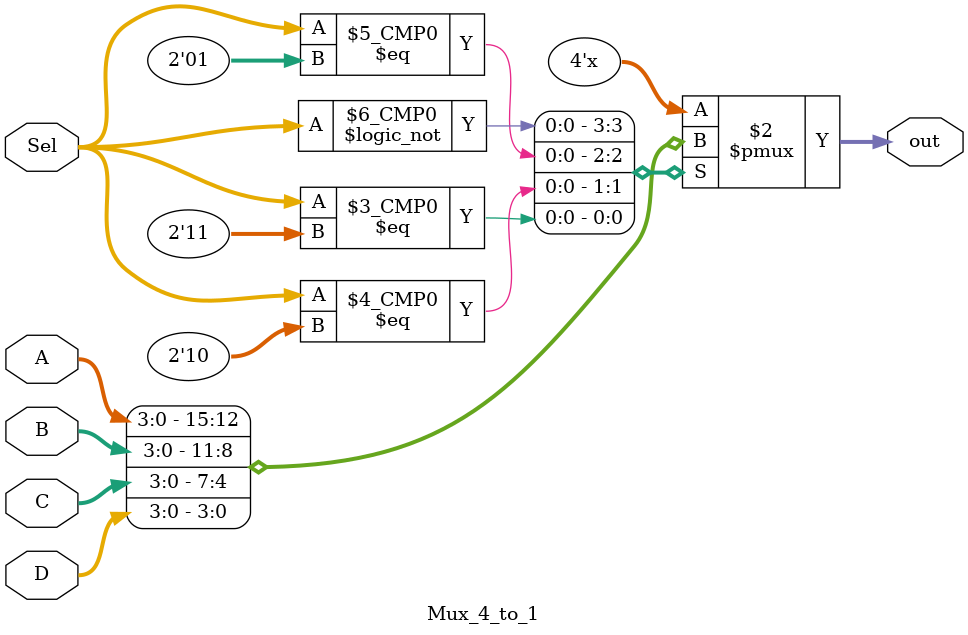
<source format=v>
module Mux_4_to_1 (
    input [3:0] A , B , C , D ,
    input [1:0] Sel ,
    output reg [3:0] out 
);

always @ (*) begin 

case(Sel)
2'b00 : out = A ;
2'b01 : out = B ;
2'b10 : out = C ;
2'b11 : out = D ;
endcase  

end

endmodule 

</source>
